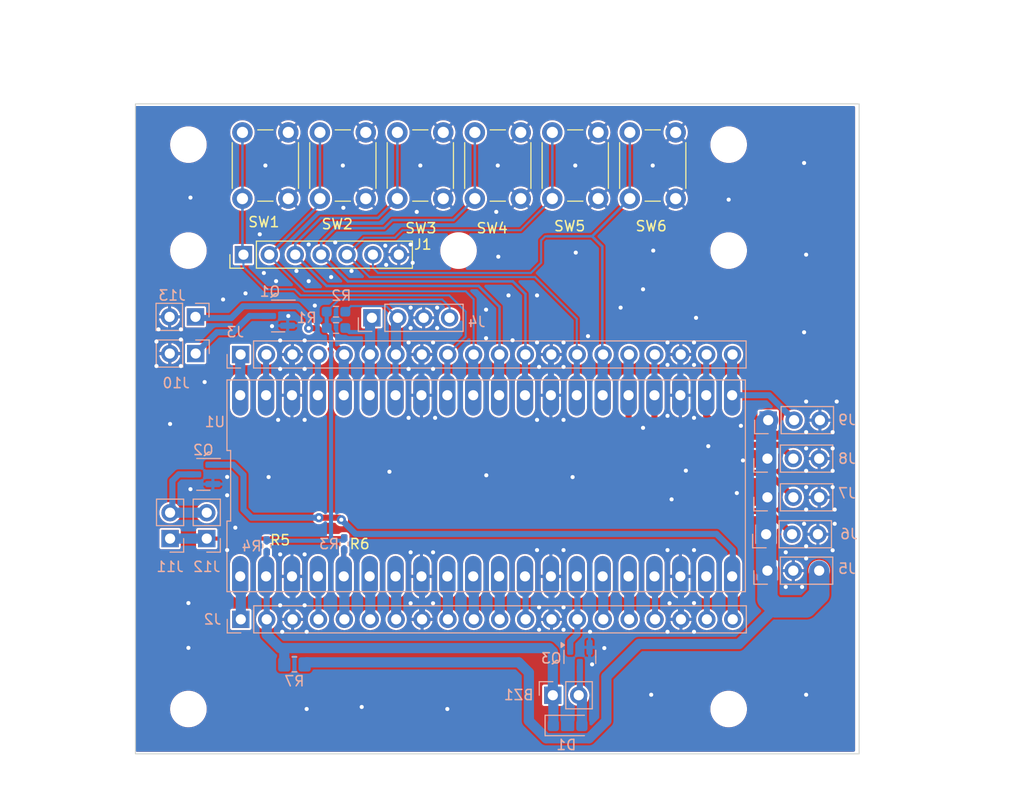
<source format=kicad_pcb>
(kicad_pcb (version 20240108) (generator "pcbnew") (generator_version "8.0")
  (layers (0 "F.Cu" signal) (31 "B.Cu" signal) (34 "B.Paste" user) (35 "F.Paste" user) (36 "B.SilkS" user "B.Silkscreen") (37 "F.SilkS" user "F.Silkscreen") (38 "B.Mask" user) (39 "F.Mask" user) (44 "Edge.Cuts" user))
  (net 0 "")
  (net 1 "SW6")
  (net 2 "SW5")
  (net 3 "SW4")
  (net 4 "SW3")
  (net 5 "SW2")
  (net 6 "SW1")
  (net 7 "GND")
  (net 8 "Net-(J2-Pin_1)")
  (net 9 "+5V")
  (net 10 "Net-(J2-Pin_4)")
  (net 11 "+3V3")
  (net 12 "Net-(J2-Pin_6)")
  (net 13 "Net-(J2-Pin_7)")
  (net 14 "Net-(J2-Pin_9)")
  (net 15 "Net-(J2-Pin_10)")
  (net 16 "Net-(J2-Pin_11)")
  (net 17 "Net-(J2-Pin_12)")
  (net 18 "buzzer")
  (net 19 "Net-(J2-Pin_15)")
  (net 20 "Net-(J2-Pin_16)")
  (net 21 "Net-(J2-Pin_17)")
  (net 22 "Net-(J2-Pin_19)")
  (net 23 "lasers")
  (net 24 "Net-(J3-Pin_1)")
  (net 25 "Net-(J3-Pin_2)")
  (net 26 "Net-(J3-Pin_4)")
  (net 27 "LEDS")
  (net 28 "SDA0")
  (net 29 "SCL0")
  (net 30 "STRIP1")
  (net 31 "STRIP2")
  (net 32 "STRIP3")
  (net 33 "STRIP0")
  (net 34 "V_I2C")
  (net 35 "VPP")
  (net 36 "Net-(J10-Pin_1)")
  (net 37 "V_lasers")
  (net 38 "Net-(J11-Pin_2)")
  (net 39 "Net-(BZ1-+)")
  (footprint "Button_Switch_THT:SW_PUSH_6mm" (layer "F.Cu") (at 80.3 88.9 90)
    (property "Reference" "SW4")
    (property "Value" "SW_Push" (hide yes))
  )
  (footprint "MountingHole:MountingHole_3.2mm_M3" (layer "F.Cu") (at 52.2 139)
    (property "Reference" "REF**" (hide yes))
    (property "Value" "MountingHole_3.2mm_M3" (hide yes))
  )
  (footprint "Button_Switch_THT:SW_PUSH_6mm" (layer "F.Cu") (at 57.5 88.9 90)
    (property "Reference" "SW1")
    (property "Value" "SW_Push" (hide yes))
  )
  (footprint "Resistor_SMD:R_0402_1005Metric_Pad0.72x0.64mm_HandSolder" (layer "F.Cu") (at 67.48 122.8 -90)
    (property "Reference" "R6")
    (property "Value" "0")
  )
  (footprint "Button_Switch_THT:SW_PUSH_6mm" (layer "F.Cu") (at 87.9 88.9 90)
    (property "Reference" "SW5")
    (property "Value" "SW_Push" (hide yes))
  )
  (footprint "MountingHole:MountingHole_3.2mm_M3" (layer "F.Cu") (at 105.2 94)
    (property "Reference" "REF**" (hide yes))
    (property "Value" "MountingHole_3.2mm_M3" (hide yes))
  )
  (footprint "MountingHole:MountingHole_3.2mm_M3" (layer "F.Cu") (at 105.2 139)
    (property "Reference" "REF**" (hide yes))
    (property "Value" "MountingHole_3.2mm_M3" (hide yes))
  )
  (footprint "MountingHole:MountingHole_3.2mm_M3" (layer "F.Cu") (at 105.2 83.6)
    (property "Reference" "REF**" (hide yes))
    (property "Value" "MountingHole_3.2mm_M3" (hide yes))
  )
  (footprint "Connector_PinHeader_2.54mm:PinHeader_1x07_P2.54mm_Vertical" (layer "F.Cu") (at 57.6 94.4 90)
    (property "Reference" "J1")
    (property "Value" "Conn_01x07_Pin" (hide yes))
  )
  (footprint "Resistor_SMD:R_0402_1005Metric_Pad0.72x0.64mm_HandSolder" (layer "F.Cu") (at 59.88 123 -90)
    (property "Reference" "R5")
    (property "Value" "0")
  )
  (footprint "MountingHole:MountingHole_3.2mm_M3" (layer "F.Cu") (at 52.2 94)
    (property "Reference" "REF**" (hide yes))
    (property "Value" "MountingHole_3.2mm_M3" (hide yes))
  )
  (footprint "Button_Switch_THT:SW_PUSH_6mm" (layer "F.Cu") (at 95.5 88.9 90)
    (property "Reference" "SW6")
    (property "Value" "SW_Push" (hide yes))
  )
  (footprint "MountingHole:MountingHole_3.2mm_M3" (layer "F.Cu") (at 52.2 83.6)
    (property "Reference" "REF**" (hide yes))
    (property "Value" "MountingHole_3.2mm_M3" (hide yes))
  )
  (footprint "Button_Switch_THT:SW_PUSH_6mm" (layer "F.Cu") (at 72.7 88.9 90)
    (property "Reference" "SW3")
    (property "Value" "SW_Push" (hide yes))
  )
  (footprint "Button_Switch_THT:SW_PUSH_6mm" (layer "F.Cu") (at 65.1 88.9 90)
    (property "Reference" "SW2")
    (property "Value" "SW_Push" (hide yes))
  )
  (footprint "MountingHole:MountingHole_3.2mm_M3" (layer "F.Cu") (at 78.7 94)
    (property "Reference" "REF**" (hide yes))
    (property "Value" "MountingHole_3.2mm_M3" (hide yes))
  )
  (footprint "myLib8:Raspberry Pi Pico" (layer "B.Cu") (at 81.41 117.09)
    (property "Reference" "U1")
    (property "Value" "Raspberri_Pi_Pico")
  )
  (footprint "Package_TO_SOT_SMD:SOT-23" (layer "B.Cu") (at 53.6625 115.97 180)
    (property "Reference" "Q2")
    (property "Value" "AO3400A")
  )
  (footprint "Diode_SMD:D_SOD-123F" (layer "B.Cu") (at 89.4 140.62)
    (property "Reference" "D1")
    (property "Value" "PMEG3010CEH")
  )
  (footprint "Connector_PinSocket_2.54mm:PinSocket_1x02_P2.54mm_Vertical" (layer "B.Cu") (at 50.4 122.27)
    (property "Reference" "J11")
    (property "Value" "Screw_Terminal_01x02")
  )
  (footprint "Resistor_SMD:R_0402_1005Metric_Pad0.72x0.64mm_HandSolder" (layer "B.Cu") (at 59.88 123 -90)
    (property "Reference" "R4")
    (property "Value" "0")
  )
  (footprint "Connector_PinSocket_2.54mm:PinSocket_1x02_P2.54mm_Vertical" (layer "B.Cu") (at 54 122.27)
    (property "Reference" "J12")
    (property "Value" "Screw_Terminal_01x02")
  )
  (footprint "Connector_PinSocket_2.54mm:PinSocket_1x03_P2.54mm_Vertical" (layer "B.Cu") (at 109.075 110.645 -90)
    (property "Reference" "J9")
    (property "Value" "Conn_01x03")
  )
  (footprint "Connector_PinSocket_2.54mm:PinSocket_1x02_P2.54mm_Vertical" (layer "B.Cu") (at 52.8925 100.5075 90)
    (property "Reference" "J13")
    (property "Value" "Conn_01x02")
  )
  (footprint "Connector_PinSocket_2.54mm:PinSocket_1x20_P2.54mm_Vertical" (layer "B.Cu") (at 57.32 104.2 -90)
    (property "Reference" "J3")
    (property "Value" "Conn_01x20")
  )
  (footprint "Connector_PinSocket_2.54mm:PinSocket_1x20_P2.54mm_Vertical" (layer "B.Cu") (at 57.34 130.2 -90)
    (property "Reference" "J2")
    (property "Value" "Conn_01x20")
  )
  (footprint "Resistor_SMD:R_0603_1608Metric_Pad0.98x0.95mm_HandSolder" (layer "B.Cu") (at 66.68 101.6)
    (property "Reference" "R1")
    (property "Value" "4.7k")
  )
  (footprint "Connector_PinSocket_2.54mm:PinSocket_1x04_P2.54mm_Vertical" (layer "B.Cu") (at 70.2 100.6 -90)
    (property "Reference" "J4")
    (property "Value" "Conn_01x04")
  )
  (footprint "Resistor_SMD:R_0603_1608Metric_Pad0.98x0.95mm_HandSolder" (layer "B.Cu") (at 66.68 100)
    (property "Reference" "R2")
    (property "Value" "4.7k")
  )
  (footprint "Connector_PinSocket_2.54mm:PinSocket_1x03_P2.54mm_Vertical" (layer "B.Cu") (at 108.875 121.845 -90)
    (property "Reference" "J6")
    (property "Value" "Conn_01x03")
  )
  (footprint "Connector_PinSocket_2.54mm:PinSocket_1x03_P2.54mm_Vertical" (layer "B.Cu") (at 109 118.22 -90)
    (property "Reference" "J7")
    (property "Value" "Conn_01x03")
  )
  (footprint "Connector_PinSocket_2.54mm:PinSocket_1x02_P2.54mm_Vertical" (layer "B.Cu") (at 52.9125 104.1075 90)
    (property "Reference" "J10")
    (property "Value" "Conn_01x02")
  )
  (footprint "Connector_PinSocket_2.54mm:PinSocket_1x03_P2.54mm_Vertical" (layer "B.Cu") (at 109 125.42 -90)
    (property "Reference" "J5")
    (property "Value" "Conn_01x03")
  )
  (footprint "Package_TO_SOT_SMD:SOT-23" (layer "B.Cu") (at 90.6 133.8825 -90)
    (property "Reference" "Q3")
    (property "Value" "AO3400A")
  )
  (footprint "Connector_PinSocket_2.54mm:PinSocket_1x03_P2.54mm_Vertical" (layer "B.Cu") (at 109 114.42 -90)
    (property "Reference" "J8")
    (property "Value" "Conn_01x03")
  )
  (footprint "Package_TO_SOT_SMD:SOT-23" (layer "B.Cu") (at 61 100.42 180)
    (property "Reference" "Q1")
    (property "Value" "AO3400A")
  )
  (footprint "Resistor_SMD:R_0805_2012Metric_Pad1.20x1.40mm_HandSolder" (layer "B.Cu") (at 62.6 134.62)
    (property "Reference" "R7")
    (property "Value" "0")
  )
  (footprint "Resistor_SMD:R_0402_1005Metric_Pad0.72x0.64mm_HandSolder" (layer "B.Cu") (at 67.48 122.8 -90)
    (property "Reference" "R3")
    (property "Value" "0")
  )
  (footprint "Connector_PinHeader_2.54mm:PinHeader_1x02_P2.54mm_Vertical" (layer "B.Cu") (at 87.95 137.65 -90)
    (property "Reference" "BZ1")
    (property "Value" "Buzzer")
  )
  (gr_rect (start 47 79.6) (end 118 143.4) (stroke (width 0.1)) (fill none) (layer "Edge.Cuts"))
  (segment (start 70.8 96.2) (end 85.8 96.2) (width 0.2) (layer "B.Cu") (net 1))
  (segment (start 86.8 93) (end 87.2 92.6) (width 0.2) (layer "B.Cu") (net 1))
  (segment (start 95.5 88.9) (end 95.5 82.4) (width 0.25) (layer "B.Cu") (net 1))
  (segment (start 91.8 92.6) (end 92.8 93.6) (width 0.25) (layer "B.Cu") (net 1))
  (segment (start 92.8 104.12) (end 92.88 104.2) (width 0.25) (layer "B.Cu") (net 1))
  (segment (start 92.84 104.24) (end 92.88 104.2) (width 1) (layer "B.Cu") (net 1))
  (segment (start 86.8 95.2) (end 86.8 93) (width 0.2) (layer "B.Cu") (net 1))
  (segment (start 87.4 92.6) (end 91.8 92.6) (width 0.25) (layer "B.Cu") (net 1))
  (segment (start 85.8 96.2) (end 86.8 95.2) (width 0.2) (layer "B.Cu") (net 1))
  (segment (start 92.84 108.2) (end 92.84 104.24) (width 1) (layer "B.Cu") (net 1))
  (segment (start 92.8 93.6) (end 92.8 104.12) (width 0.25) (layer "B.Cu") (net 1))
  (segment (start 70.3 94.4) (end 70.3 95.7) (width 0.2) (layer "B.Cu") (net 1))
  (segment (start 70.3 95.7) (end 70.8 96.2) (width 0.2) (layer "B.Cu") (net 1))
  (segment (start 91.8 92.6) (end 95.5 88.9) (width 0.25) (layer "B.Cu") (net 1))
  (segment (start 87.2 92.6) (end 87.4 92.6) (width 0.2) (layer "B.Cu") (net 1))
  (segment (start 87.9 88.9) (end 87.9 89.1) (width 0.25) (layer "F.Cu") (net 2))
  (segment (start 68.26 93.94) (end 68.26 94.4) (width 0.25) (layer "F.Cu") (net 2))
  (segment (start 84.8 92) (end 87.9 88.9) (width 0.2) (layer "B.Cu") (net 2))
  (segment (start 86.2 96.6) (end 90.3 100.7) (width 0.2) (layer "B.Cu") (net 2))
  (segment (start 67.76 94.4) (end 69.96 96.6) (width 0.2) (layer "B.Cu") (net 2))
  (segment (start 90.3 100.7) (end 90.3 104.24) (width 0.2) (layer "B.Cu") (net 2))
  (segment (start 72.457259 92.742741) (end 73.2 92) (width 0.2) (layer "B.Cu") (net 2))
  (segment (start 90.3 104.24) (end 90.34 104.2) (width 1) (layer "B.Cu") (net 2))
  (segment (start 69.417259 92.742741) (end 72.457259 92.742741) (width 0.2) (layer "B.Cu") (net 2))
  (segment (start 90.3 108.2) (end 90.3 104.24) (width 0.6) (layer "B.Cu") (net 2))
  (segment (start 73.2 92) (end 84.8 92) (width 0.2) (layer "B.Cu") (net 2))
  (segment (start 67.76 94.4) (end 69.417259 92.742741) (width 0.2) (layer "B.Cu") (net 2))
  (segment (start 69.96 96.6) (end 86.2 96.6) (width 0.2) (layer "B.Cu") (net 2))
  (segment (start 87.9 82.4) (end 87.9 88.9) (width 0.25) (layer "B.Cu") (net 2))
  (segment (start 71.4 91.8) (end 72.2 91) (width 0.25) (layer "B.Cu") (net 3))
  (segment (start 65.22 94.4) (end 67.845 97.025) (width 0.25) (layer "B.Cu") (net 3))
  (segment (start 66.6 91.8) (end 71.4 91.8) (width 0.25) (layer "B.Cu") (net 3))
  (segment (start 65.22 94.4) (end 65.22 93.18) (width 0.25) (layer "B.Cu") (net 3))
  (segment (start 85.22 108.2) (end 85.22 104.24) (width 0.6) (layer "B.Cu") (net 3))
  (segment (start 85.26 98.26) (end 85.26 104.2) (width 0.25) (layer "B.Cu") (net 3))
  (segment (start 85.22 104.24) (end 85.26 104.2) (width 1) (layer "B.Cu") (net 3))
  (segment (start 72.2 91) (end 78.2 91) (width 0.25) (layer "B.Cu") (net 3))
  (segment (start 84.025 97.025) (end 85.26 98.26) (width 0.25) (layer "B.Cu") (net 3))
  (segment (start 67.845 97.025) (end 84.025 97.025) (width 0.25) (layer "B.Cu") (net 3))
  (segment (start 65.22 93.18) (end 66.6 91.8) (width 0.25) (layer "B.Cu") (net 3))
  (segment (start 80.3 82.4) (end 80.3 88.9) (width 0.25) (layer "B.Cu") (net 3))
  (segment (start 78.2 91) (end 80.3 88.9) (width 0.25) (layer "B.Cu") (net 3))
  (segment (start 62.68 94.12) (end 62.68 94.4) (width 0.25) (layer "F.Cu") (net 4))
  (segment (start 72.7 88.9) (end 72.7 89.3) (width 0.25) (layer "F.Cu") (net 4))
  (segment (start 82.68 108.2) (end 82.68 104.24) (width 1) (layer "B.Cu") (net 4))
  (segment (start 72.7 82.4) (end 72.7 88.9) (width 0.25) (layer "B.Cu") (net 4))
  (segment (start 65.755 97.475) (end 80.675 97.475) (width 0.25) (layer "B.Cu") (net 4))
  (segment (start 62.68 94.4) (end 65.755 97.475) (width 0.25) (layer "B.Cu") (net 4))
  (segment (start 82.68 104.24) (end 82.72 104.2) (width 1) (layer "B.Cu") (net 4))
  (segment (start 62.68 94.4) (end 62.68 93.32) (width 0.25) (layer "B.Cu") (net 4))
  (segment (start 82.72 99.52) (end 82.72 104.2) (width 0.25) (layer "B.Cu") (net 4))
  (segment (start 80.675 97.475) (end 82.72 99.52) (width 0.25) (layer "B.Cu") (net 4))
  (segment (start 65.2 90.8) (end 70.8 90.8) (width 0.25) (layer "B.Cu") (net 4))
  (segment (start 70.8 90.8) (end 72.7 88.9) (width 0.25) (layer "B.Cu") (net 4))
  (segment (start 62.68 93.32) (end 65.2 90.8) (width 0.25) (layer "B.Cu") (net 4))
  (segment (start 60.14 93.86) (end 60.14 94.4) (width 0.25) (layer "F.Cu") (net 5))
  (segment (start 60.14 94.4) (end 65.1 89.44) (width 0.25) (layer "B.Cu") (net 5))
  (segment (start 80.18 98.78) (end 79.4 98) (width 0.2) (layer "B.Cu") (net 5))
  (segment (start 60.2 94.46) (end 60.2 94.8) (width 0.2) (layer "B.Cu") (net 5))
  (segment (start 60.2 94.46) (end 60.14 94.4) (width 0.2) (layer "B.Cu") (net 5))
  (segment (start 60.14 94.54) (end 60.14 94.4) (width 0.2) (layer "B.Cu") (net 5))
  (segment (start 80.18 104.2) (end 80.18 98.78) (width 0.2) (layer "B.Cu") (net 5))
  (segment (start 63.6 98) (end 60.14 94.54) (width 0.2) (layer "B.Cu") (net 5))
  (segment (start 65.1 89.44) (end 65.1 88.9) (width 0.25) (layer "B.Cu") (net 5))
  (segment (start 79.4 98) (end 63.6 98) (width 0.2) (layer "B.Cu") (net 5))
  (segment (start 80.14 108.2) (end 80.14 104.24) (width 1) (layer "B.Cu") (net 5))
  (segment (start 65.1 82.4) (end 65.1 88.9) (width 0.25) (layer "B.Cu") (net 5))
  (segment (start 80.14 104.24) (end 80.18 104.2) (width 1) (layer "B.Cu") (net 5))
  (segment (start 57.5 94.3) (end 57.6 94.4) (width 0.25) (layer "F.Cu") (net 6))
  (segment (start 57.4 88.8) (end 57.5 88.9) (width 0.25) (layer "F.Cu") (net 6))
  (segment (start 57.6 94.4) (end 58.1 94.4) (width 0.25) (layer "F.Cu") (net 6))
  (segment (start 77.8 98.4) (end 63.217157 98.4) (width 0.2) (layer "B.Cu") (net 6))
  (segment (start 57.5 88.9) (end 57.5 94.3) (width 0.25) (layer "B.Cu") (net 6))
  (segment (start 77.6 108.2) (end 77.6 104.24) (width 0.6) (layer "B.Cu") (net 6))
  (segment (start 57.5 82.4) (end 57.5 88.9) (width 0.25) (layer "B.Cu") (net 6))
  (segment (start 77.6 104.24) (end 77.64 104.2) (width 1) (layer "B.Cu") (net 6))
  (segment (start 62.617157 97.8) (end 59.8 97.8) (width 0.2) (layer "B.Cu") (net 6))
  (segment (start 57.6 95.6) (end 57.6 94.4) (width 0.2) (layer "B.Cu") (net 6))
  (segment (start 79.4 100) (end 77.8 98.4) (width 0.2) (layer "B.Cu") (net 6))
  (segment (start 77.64 104.2) (end 79.4 102.44) (width 0.2) (layer "B.Cu") (net 6))
  (segment (start 59.8 97.8) (end 57.6 95.6) (width 0.2) (layer "B.Cu") (net 6))
  (segment (start 63.217157 98.4) (end 62.617157 97.8) (width 0.2) (layer "B.Cu") (net 6))
  (segment (start 79.4 102.44) (end 79.4 100) (width 0.2) (layer "B.Cu") (net 6))
  (via (at 115.4 111.82) (size 0.9) (drill 0.4) (layers "F.Cu" "B.Cu") (net 7))
  (via (at 115.4 115.62) (size 0.9) (drill 0.4) (layers "F.Cu" "B.Cu") (net 7))
  (via (at 99.4 128.62) (size 0.9) (drill 0.4) (layers "F.Cu" "B.Cu") (net 7))
  (via (at 101.8 131.42) (size 0.9) (drill 0.4) (layers "F.Cu" "B.Cu") (net 7))
  (via (at 81.4 99.8) (size 0.9) (drill 0.4) (layers "F.Cu" "B.Cu") (net 7))
  (via (at 71.513106 93.517741) (size 0.9) (drill 0.4) (layers "F.Cu" "B.Cu") (net 7))
  (via (at 81.4 102.6) (size 0.9) (drill 0.4) (layers "F.Cu" "B.Cu") (net 7))
  (via (at 76.2 123.62) (size 0.9) (drill 0.4) (layers "F.Cu" "B.Cu") (net 7))
  (via (at 74.95 85.65) (size 0.9) (drill 0.4) (layers "F.Cu" "B.Cu") (net 7))
  (via (at 61.2 102.82) (size 0.9) (drill 0.4) (layers "F.Cu" "B.Cu") (net 7))
  (via (at 115.4 123.42) (size 0.9) (drill 0.4) (layers "F.Cu" "B.Cu") (net 7))
  (via (at 69.2 138.8) (size 0.9) (drill 0.4) (layers "F.Cu" "B.Cu") (net 7))
  (via (at 89 105.42) (size 0.9) (drill 0.4) (layers "F.Cu" "B.Cu") (net 7))
  (via (at 61.2 123.82) (size 0.9) (drill 0.4) (layers "F.Cu" "B.Cu") (net 7))
  (via (at 112.8 124.22) (size 0.9) (drill 0.4) (layers "F.Cu" "B.Cu") (net 7))
  (via (at 74.2 95.2) (size 0.9) (drill 0.4) (layers "F.Cu" "B.Cu") (net 7))
  (via (at 66.2 96.6) (size 0.9) (drill 0.4) (layers "F.Cu" "B.Cu") (net 7))
  (via (at 63.8 139) (size 0.9) (drill 0.4) (layers "F.Cu" "B.Cu") (net 7))
  (via (at 101.8 105.22) (size 0.9) (drill 0.4) (layers "F.Cu" "B.Cu") (net 7))
  (via (at 112.8 123.02) (size 0.9) (drill 0.4) (layers "F.Cu" "B.Cu") (net 7))
  (via (at 90.15 85.65) (size 0.9) (drill 0.4) (layers "F.Cu" "B.Cu") (net 7))
  (via (at 63.6 102.82) (size 0.9) (drill 0.4) (layers "F.Cu" "B.Cu") (net 7))
  (via (at 99.2 103.02) (size 0.9) (drill 0.4) (layers "F.Cu" "B.Cu") (net 7))
  (via (at 71.6 95.4) (size 0.9) (drill 0.4) (layers "F.Cu" "B.Cu") (net 7))
  (via (at 51.4625 101.7325) (size 0.9) (drill 0.4) (layers "F.Cu" "B.Cu") (net 7))
  (via (at 89 103.02) (size 0.9) (drill 0.4) (layers "F.Cu" "B.Cu") (net 7))
  (via (at 112.8 119.42) (size 0.9) (drill 0.4) (layers "F.Cu" "B.Cu") (net 7))
  (via (at 91.4 102.4) (size 0.9) (drill 0.4) (layers "F.Cu" "B.Cu") (net 7))
  (via (at 99.2 110.22) (size 0.9) (drill 0.4) (layers "F.Cu" "B.Cu") (net 7))
  (via (at 112.8 115.62) (size 0.9) (drill 0.4) (layers "F.Cu" "B.Cu") (net 7))
  (via (at 67.35 85.65) (size 0.9) (drill 0.4) (layers "F.Cu" "B.Cu") (net 7))
  (via (at 74 99.6) (size 0.9) (drill 0.4) (layers "F.Cu" "B.Cu") (net 7))
  (via (at 60.066144 116.232392) (size 0.9) (drill 0.4) (layers "F.Cu" "B.Cu") (net 7))
  (via (at 74 93.4) (size 0.9) (drill 0.4) (layers "F.Cu" "B.Cu") (net 7))
  (via (at 76.6 99.6) (size 0.9) (drill 0.4) (layers "F.Cu" "B.Cu") (net 7))
  (via (at 94.6 99.6) (size 0.9) (drill 0.4) (layers "F.Cu" "B.Cu") (net 7))
  (via (at 112.8 94.4) (size 0.9) (drill 0.4) (layers "F.Cu" "B.Cu") (net 7))
  (via (at 112.8 108.82) (size 0.9) (drill 0.4) (layers "F.Cu" "B.Cu") (net 7))
  (via (at 112.8 137.6) (size 0.9) (drill 0.4) (layers "F.Cu" "B.Cu") (net 7))
  (via (at 83.6 98.4) (size 0.9) (drill 0.4) (layers "F.Cu" "B.Cu") (net 7))
  (via (at 73.8 110.42) (size 0.9) (drill 0.4) (layers "F.Cu" "B.Cu") (net 7))
  (via (at 60.8 97) (size 0.9) (drill 0.4) (layers "F.Cu" "B.Cu") (net 7))
  (via (at 74 123.62) (size 0.9) (drill 0.4) (layers "F.Cu" "B.Cu") (net 7))
  (via (at 73.8 105.62) (size 0.9) (drill 0.4) (layers "F.Cu" "B.Cu") (net 7))
  (via (at 112.6 85.4) (size 0.9) (drill 0.4) (layers "F.Cu" "B.Cu") (net 7))
  (via (at 63.6 128.82) (size 0.9) (drill 0.4) (layers "F.Cu" "B.Cu") (net 7))
  (via (at 59.2 92.4) (size 0.9) (drill 0.4) (layers "F.Cu" "B.Cu") (net 7))
  (via (at 101.8 103.02) (size 0.9) (drill 0.4) (layers "F.Cu" "B.Cu") (net 7))
  (via (at 106.6 114.6) (size 0.9) (drill 0.4) (layers "F.Cu" "B.Cu") (net 7))
  (via (at 86.4 103.02) (size 0.9) (drill 0.4) (layers "F.Cu" "B.Cu") (net 7))
  (via (at 112.6 120.82) (size 0.9) (drill 0.4) (layers "F.Cu" "B.Cu") (net 7))
  (via (at 73.8 103.02) (size 0.9) (drill 0.4) (layers "F.Cu" "B.Cu") (net 7))
  (via (at 61.4 131.42) (size 0.9) (drill 0.4) (layers "F.Cu" "B.Cu") (net 7))
  (via (at 59.75 85.65) (size 0.9) (drill 0.4) (layers "F.Cu" "B.Cu") (net 7))
  (via (at 53.789799 106.905046) (size 0.9) (drill 0.4) (layers "F.Cu" "B.Cu") (net 7))
  (via (at 97.8 94) (size 0.9) (drill 0.4) (layers "F.Cu" "B.Cu") (net 7))
  (via (at 112.8 111.82) (size 0.9) (drill 0.4) (layers "F.Cu" "B.Cu") (net 7))
  (via (at 103.2 113.2) (size 0.9) (drill 0.4) (layers "F.Cu" "B.Cu") (net 7))
  (via (at 76.2 103.02) (size 0.9) (drill 0.4) (layers "F.Cu" "B.Cu") (net 7))
  (via (at 62.8 96) (size 0.9) (drill 0.4) (layers "F.Cu" "B.Cu") (net 7))
  (via (at 110.8 123.62) (size 0.9) (drill 0.4) (layers "F.Cu" "B.Cu") (net 7))
  (via (at 52.4 88.8) (size 0.9) (drill 0.4) (layers "F.Cu" "B.Cu") (net 7))
  (via (at 101 115.6) (size 0.9) (drill 0.4) (layers "F.Cu" "B.Cu") (net 7))
  (via (at 93 133.02) (size 0.9) (drill 0.4) (layers "F.Cu" "B.Cu") (net 7))
  (via (at 86.6 105.42) (size 0.9) (drill 0.4) (layers "F.Cu" "B.Cu") (net 7))
  (via (at 61.2 105.62) (size 0.9) (drill 0.4) (layers "F.Cu" "B.Cu") (net 7))
  (via (at 74 128.62) (size 0.9) (drill 0.4) (layers "F.Cu" "B.Cu") (net 7))
  (via (at 84 102.8) (size 0.9) (drill 0.4) (layers "F.Cu" "B.Cu") (net 7))
  (via (at 49.2625 101.7325) (size 0.9) (drill 0.4) (layers "F.Cu" "B.Cu") (net 7))
  (via (at 59.6 96.2) (size 0.9) (drill 0.4) (layers "F.Cu" "B.Cu") (net 7))
  (via (at 52.2 128.6) (size 0.9) (drill 0.4) (layers "F.Cu" "B.Cu") (net 7))
  (via (at 112.8 117.22) (size 0.9) (drill 0.4) (layers "F.Cu" "B.Cu") (net 7))
  (via (at 52.2 133) (size 0.9) (drill 0.4) (layers "F.Cu" "B.Cu") (net 7))
  (via (at 63.8 131.42) (size 0.9) (drill 0.4) (layers "F.Cu" "B.Cu") (net 7))
  (via (at 66.6 93.2) (size 0.9) (drill 0.4) (layers "F.Cu" "B.Cu") (net 7))
  (via (at 91.8 134.62) (size 0.9) (drill 0.4) (layers "F.Cu" "B.Cu") (net 7))
  (via (at 89.888984 116.234518) (size 0.9) (drill 0.4) (layers "F.Cu" "B.Cu") (net 7))
  (via (at 61 110.62) (size 0.9) (drill 0.4) (layers "F.Cu" "B.Cu") (net 7))
  (via (at 56 123.4) (size 0.9) (drill 0.4) (layers "F.Cu" "B.Cu") (net 7))
  (via (at 51.4625 102.7325) (size 0.9) (drill 0.4) (layers "F.Cu" "B.Cu") (net 7))
  (via (at 89 129.02) (size 0.9) (drill 0.4) (layers "F.Cu" "B.Cu") (net 7))
  (via (at 110.8 127.02) (size 0.9) (drill 0.4) (layers "F.Cu" "B.Cu") (net 7))
  (via (at 74.6 90.2) (size 0.9) (drill 0.4) (layers "F.Cu" "B.Cu") (net 7))
  (via (at 61.2 128.82) (size 0.9) (drill 0.4) (layers "F.Cu" "B.Cu") (net 7))
  (via (at 63.6 105.62) (size 0.9) (drill 0.4) (layers "F.Cu" "B.Cu") (net 7))
  (via (at 91.6 131.42) (size 0.9) (drill 0.4) (layers "F.Cu" "B.Cu") (net 7))
  (via (at 62 100.42) (size 0.9) (drill 0.4) (layers "F.Cu" "B.Cu") (net 7))
  (via (at 101.8 123.4) (size 0.9) (drill 0.4) (layers "F.Cu" "B.Cu") (net 7))
  (via (at 56 116.22) (size 0.9) (drill 0.4) (layers "F.Cu" "B.Cu") (net 7))
  (via (at 96.8 111.4) (size 0.9) (drill 0.4) (layers "F.Cu" "B.Cu") (net 7))
  (via (at 64.6 99.4) (size 0.9) (drill 0.4) (layers "F.Cu" "B.Cu") (net 7))
  (via (at 77.6 139) (size 0.9) (drill 0.4) (layers "F.Cu" "B.Cu") (net 7))
  (via (at 64 93.4) (size 0.9) (drill 0.4) (layers "F.Cu" "B.Cu") (net 7))
  (via (at 86.4 110.62) (size 0.9) (drill 0.4) (layers "F.Cu" "B.Cu") (net 7))
  (via (at 89 110.62) (size 0.9) (drill 0.4) (layers "F.Cu" "B.Cu") (net 7))
  (via (at 63.6 123.82) (size 0.9) (drill 0.4) (layers "F.Cu" "B.Cu") (net 7))
  (via (at 52.4 117.42) (size 0.9) (drill 0.4) (layers "F.Cu" "B.Cu") (net 7))
  (via (at 57.8 98.2) (size 0.9) (drill 0.4) (layers "F.Cu" "B.Cu") (net 7))
  (via (at 99.6 118.42) (size 0.9) (drill 0.4) (layers "F.Cu" "B.Cu") (net 7))
  (via (at 112.4 127.02) (size 0.9) (drill 0.4) (layers "F.Cu" "B.Cu") (net 7))
  (via (at 68.2 96) (size 0.9) (drill 0.4) (layers "F.Cu" "B.Cu") (net 7))
  (via (at 82.55 85.65) (size 0.9) (drill 0.4) (layers "F.Cu" "B.Cu") (net 7))
  (via (at 97.75 85.65) (size 0.9) (drill 0.4) (layers "F.Cu" "B.Cu") (net 7))
  (via (at 86.6 131.22) (size 0.9) (drill 0.4) (layers "F.Cu" "B.Cu") (net 7))
  (via (at 115.4 117.22) (size 0.9) (drill 0.4) (layers "F.Cu" "B.Cu") (net 7))
  (via (at 49.0625 105.3325) (size 0.9) (drill 0.4) (layers "F.Cu" "B.Cu") (net 7))
  (via (at 86.4 123.4) (size 0.9) (drill 0.4) (layers "F.Cu" "B.Cu") (net 7))
  (via (at 74 101.6) (size 0.9) (drill 0.4) (layers "F.Cu" "B.Cu") (net 7))
  (via (at 76.2 105.62) (size 0.9) (drill 0.4) (layers "F.Cu" "B.Cu") (net 7))
  (via (at 115.6 120.82) (size 0.9) (drill 0.4) (layers "F.Cu" "B.Cu") (net 7))
  (via (at 82.4 90.2) (size 0.9) (drill 0.4) (layers "F.Cu" "B.Cu") (net 7))
  (via (at 106 117.8) (size 0.9) (drill 0.4) (layers "F.Cu" "B.Cu") (net 7))
  (via (at 76.2 128.62) (size 0.9) (drill 0.4) (layers "F.Cu" "B.Cu") (net 7))
  (via (at 89 123.4) (size 0.9) (drill 0.4) (layers "F.Cu" "B.Cu") (net 7))
  (via (at 76.6 101.6) (size 0.9) (drill 0.4) (layers "F.Cu" "B.Cu") (net 7))
  (via (at 86.4 98.4) (size 0.9) (drill 0.4) (layers "F.Cu" "B.Cu") (net 7))
  (via (at 90.2 94.2) (size 0.9) (drill 0.4) (layers "F.Cu" "B.Cu") (net 7))
  (via (at 49.0625 102.9325) (size 0.9) (drill 0.4) (layers "F.Cu" "B.Cu") (net 7))
  (via (at 115.6 119.42) (size 0.9) (drill 0.4) (layers "F.Cu" "B.Cu") (net 7))
  (via (at 115.8 108.82) (size 0.9) (drill 0.4) (layers "F.Cu" "B.Cu") (net 7))
  (via (at 56.8 121.2) (size 0.9) (drill 0.4) (layers "F.Cu" "B.Cu") (net 7))
  (via (at 89 131.22) (size 0.9) (drill 0.4) (layers "F.Cu" "B.Cu") (net 7))
  (via (at 76.4 110.42) (size 0.9) (drill 0.4) (layers "F.Cu" "B.Cu") (net 7))
  (via (at 115.4 113.42) (size 0.9) (drill 0.4) (layers "F.Cu" "B.Cu") (net 7))
  (via (at 97.6 137.6) (size 0.9) (drill 0.4) (layers "F.Cu" "B.Cu") (net 7))
  (via (at 71.921463 115.709364) (size 0.9) (drill 0.4) (layers "F.Cu" "B.Cu") (net 7))
  (via (at 86.6 129.02) (size 0.9) (drill 0.4) (layers "F.Cu" "B.Cu") (net 7))
  (via (at 63.6 110.62) (size 0.9) (drill 0.4) (layers "F.Cu" "B.Cu") (net 7))
  (via (at 101.8 128.6) (size 0.9) (drill 0.4) (layers "F.Cu" "B.Cu") (net 7))
  (via (at 67.4 89.8) (size 0.9) (drill 0.4) (layers "F.Cu" "B.Cu") (net 7))
  (via (at 56 118.02) (size 0.9) (drill 0.4) (layers "F.Cu" "B.Cu") (net 7))
  (via (at 101.8 110.42) (size 0.9) (drill 0.4) (layers "F.Cu" "B.Cu") (net 7))
  (via (at 50.4 111.02) (size 0.9) (drill 0.4) (layers "F.Cu" "B.Cu") (net 7))
  (via (at 64 97) (size 0.9) (drill 0.4) (layers "F.Cu" "B.Cu") (net 7))
  (via (at 82.6 94.6) (size 0.9) (drill 0.4) (layers "F.Cu" "B.Cu") (net 7))
  (via (at 102 100.6) (size 0.9) (drill 0.4) (layers "F.Cu" "B.Cu") (net 7))
  (via (at 99.2 123.4) (size 0.9) (drill 0.4) (layers "F.Cu" "B.Cu") (net 7))
  (via (at 112.8 113.42) (size 0.9) (drill 0.4) (layers "F.Cu" "B.Cu") (net 7))
  (via (at 60.4 101.42) (size 0.9) (drill 0.4) (layers "F.Cu" "B.Cu") (net 7))
  (via (at 55.6 98.8) (size 0.9) (drill 0.4) (layers "F.Cu" "B.Cu") (net 7))
  (via (at 96.8 97.8) (size 0.9) (drill 0.4) (layers "F.Cu" "B.Cu") (net 7))
  (via (at 105.2 89) (size 0.9) (drill 0.4) (layers "F.Cu" "B.Cu") (net 7))
  (via (at 81.423152 116.058049) (size 0.9) (drill 0.4) (layers "F.Cu" "B.Cu") (net 7))
  (via (at 51.4625 105.3325) (size 0.9) (drill 0.4) (layers "F.Cu" "B.Cu") (net 7))
  (via (at 106.4 111.2) (size 0.9) (drill 0.4) (layers "F.Cu" "B.Cu") (net 7))
  (via (at 112.6 102.02) (size 0.9) (drill 0.4) (layers "F.Cu" "B.Cu") (net 7))
  (via (at 99.2 105.22) (size 0.9) (drill 0.4) (layers "F.Cu" "B.Cu") (net 7))
  (via (at 99.2 131.42) (size 0.9) (drill 0.4) (layers "F.Cu" "B.Cu") (net 7))
  (segment (start 87.82 126.04) (end 87.76 125.98) (width 1) (layer "B.Cu") (net 7))
  (segment (start 75.12 126.04) (end 75.06 125.98) (width 1) (layer "B.Cu") (net 7))
  (segment (start 75.06 108.2) (end 75.06 104.24) (width 0.6) (layer "B.Cu") (net 7))
  (segment (start 87.82 130.2) (end 87.82 126.04) (width 0.6) (layer "B.Cu") (net 7))
  (segment (start 100.46 108.2) (end 100.46 104.24) (width 0.6) (layer "B.Cu") (net 7))
  (segment (start 62.36 104.24) (end 62.4 104.2) (width 1) (layer "B.Cu") (net 7))
  (segment (start 87.76 104.24) (end 87.8 104.2) (width 1) (layer "B.Cu") (net 7))
  (segment (start 87.76 108.2) (end 87.76 104.24) (width 0.6) (layer "B.Cu") (net 7))
  (segment (start 62.42 126.04) (end 62.36 125.98) (width 1) (layer "B.Cu") (net 7))
  (segment (start 62.36 108.2) (end 62.36 104.24) (width 0.6) (layer "B.Cu") (net 7))
  (segment (start 100.52 126.04) (end 100.46 125.98) (width 1) (layer "B.Cu") (net 7))
  (segment (start 100.46 104.24) (end 100.5 104.2) (width 1) (layer "B.Cu") (net 7))
  (segment (start 75.06 104.24) (end 75.1 104.2) (width 1) (layer "B.Cu") (net 7))
  (segment (start 62.42 130.2) (end 62.42 126.04) (width 0.6) (layer "B.Cu") (net 7))
  (segment (start 75.12 130.2) (end 75.12 126.04) (width 0.6) (layer "B.Cu") (net 7))
  (segment (start 100.52 130.2) (end 100.52 126.04) (width 0.6) (layer "B.Cu") (net 7))
  (segment (start 57.34 130.2) (end 57.34 126.04) (width 1) (layer "B.Cu") (net 8))
  (segment (start 57.34 126.04) (end 57.28 125.98) (width 1) (layer "B.Cu") (net 8))
  (segment (start 59.82 123.6575) (end 59.88 123.5975) (width 0.5) (layer "F.Cu") (net 9))
  (segment (start 59.82 125.98) (end 59.82 123.6575) (width 0.5) (layer "F.Cu") (net 9))
  (segment (start 61.2 133.02) (end 59.88 131.7) (width 1) (layer "B.Cu") (net 9))
  (segment (start 59.82 125.98) (end 59.82 123.46) (width 0.5) (layer "B.Cu") (net 9))
  (segment (start 59.88 126.04) (end 59.82 125.98) (width 1) (layer "B.Cu") (net 9))
  (segment (start 59.88 130.2) (end 59.88 126.04) (width 0.6) (layer "B.Cu") (net 9))
  (segment (start 87.95 133.37) (end 87.6 133.02) (width 1) (layer "B.Cu") (net 9))
  (segment (start 61.6 133.875) (end 61.6 133.22) (width 1) (layer "B.Cu") (net 9))
  (segment (start 87.95 137.65) (end 87.95 133.37) (width 1) (layer "B.Cu") (net 9))
  (segment (start 88 137.7) (end 87.95 137.65) (width 1) (layer "B.Cu") (net 9))
  (segment (start 59.82 123.46) (end 59.88 123.4) (width 0.5) (layer "B.Cu") (net 9))
  (segment (start 87.6 133.02) (end 61.4 133.02) (width 1) (layer "B.Cu") (net 9))
  (segment (start 88 140.62) (end 88 137.7) (width 1) (layer "B.Cu") (net 9))
  (segment (start 59.88 131.7) (end 59.88 130.2) (width 1) (layer "B.Cu") (net 9))
  (segment (start 61.4 133.02) (end 61.2 133.02) (width 1) (layer "B.Cu") (net 9))
  (segment (start 61.6 133.22) (end 61.4 133.02) (width 1) (layer "B.Cu") (net 9))
  (segment (start 64.96 130.2) (end 64.96 126.04) (width 0.6) (layer "B.Cu") (net 10))
  (segment (start 64.96 126.04) (end 64.9 125.98) (width 1) (layer "B.Cu") (net 10))
  (segment (start 67.44 125.98) (end 67.44 123.2) (width 0.5) (layer "F.Cu") (net 11))
  (segment (start 67.5 130.2) (end 67.5 126.04) (width 1) (layer "B.Cu") (net 11))
  (segment (start 67.44 125.98) (end 67.44 123.2) (width 0.5) (layer "B.Cu") (net 11))
  (segment (start 67.5 126.04) (end 67.44 125.98) (width 1) (layer "B.Cu") (net 11))
  (segment (start 67.44 123.2) (end 67.48 123.16) (width 0.5) (layer "B.Cu") (net 11))
  (segment (start 70.04 130.2) (end 70.04 126.04) (width 1) (layer "B.Cu") (net 12))
  (segment (start 70.04 126.04) (end 69.98 125.98) (width 1) (layer "B.Cu") (net 12))
  (segment (start 72.58 126.04) (end 72.52 125.98) (width 1) (layer "B.Cu") (net 13))
  (segment (start 72.58 130.2) (end 72.58 126.04) (width 1) (layer "B.Cu") (net 13))
  (segment (start 77.66 126.04) (end 77.6 125.98) (width 1) (layer "B.Cu") (net 14))
  (segment (start 77.66 130.2) (end 77.66 126.04) (width 1) (layer "B.Cu") (net 14))
  (segment (start 80.2 130.2) (end 80.2 126.04) (width 1) (layer "B.Cu") (net 15))
  (segment (start 80.2 126.04) (end 80.14 125.98) (width 1) (layer "B.Cu") (net 15))
  (segment (start 82.74 130.2) (end 82.74 126.04) (width 1) (layer "B.Cu") (net 16))
  (segment (start 82.74 126.04) (end 82.68 125.98) (width 1) (layer "B.Cu") (net 16))
  (segment (start 85.28 130.2) (end 85.28 126.04) (width 0.6) (layer "B.Cu") (net 17))
  (segment (start 85.28 126.04) (end 85.22 125.98) (width 1) (layer "B.Cu") (net 17))
  (segment (start 89.65 132.945) (end 89.65 132.37) (width 0.6) (layer "B.Cu") (net 18))
  (segment (start 89.65 132.37) (end 90.36 131.66) (width 0.6) (layer "B.Cu") (net 18))
  (segment (start 90.36 130.2) (end 90.36 126.04) (width 0.6) (layer "B.Cu") (net 18))
  (segment (start 90.36 131.66) (end 90.36 130.2) (width 0.6) (layer "B.Cu") (net 18))
  (segment (start 90.36 126.04) (end 90.3 125.98) (width 1) (layer "B.Cu") (net 18))
  (segment (start 92.9 126.04) (end 92.84 125.98) (width 1) (layer "B.Cu") (net 19))
  (segment (start 92.9 130.2) (end 92.9 126.04) (width 1) (layer "B.Cu") (net 19))
  (segment (start 95.44 126.04) (end 95.38 125.98) (width 1) (layer "B.Cu") (net 20))
  (segment (start 95.44 130.2) (end 95.44 126.04) (width 1) (layer "B.Cu") (net 20))
  (segment (start 97.98 126.04) (end 97.92 125.98) (width 1) (layer "B.Cu") (net 21))
  (segment (start 97.98 130.2) (end 97.98 126.04) (width 0.6) (layer "B.Cu") (net 21))
  (segment (start 103.06 130.2) (end 103.06 126.04) (width 0.6) (layer "B.Cu") (net 22))
  (segment (start 103.06 126.04) (end 103 125.98) (width 1) (layer "B.Cu") (net 22))
  (segment (start 67.2 120.42) (end 67 120.22) (width 0.6) (layer "F.Cu") (net 23))
  (segment (start 67 120.22) (end 65 120.22) (width 0.6) (layer "F.Cu") (net 23))
  (via (at 65 120.22) (size 0.9) (drill 0.4) (layers "F.Cu" "B.Cu") (net 23))
  (via (at 67.2 120.42) (size 0.9) (drill 0.4) (layers "F.Cu" "B.Cu") (net 23))
  (segment (start 67.2 120.42) (end 68.6 121.82) (width 0.6) (layer "B.Cu") (net 23))
  (segment (start 104 121.82) (end 105.6 123.42) (width 0.6) (layer "B.Cu") (net 23))
  (segment (start 68.6 121.82) (end 104 121.82) (width 0.6) (layer "B.Cu") (net 23))
  (segment (start 105.6 125.92) (end 105.54 125.98) (width 0.6) (layer "B.Cu") (net 23))
  (segment (start 105.6 123.42) (end 105.6 125.92) (width 0.6) (layer "B.Cu") (net 23))
  (segment (start 58.4 120.22) (end 57.6 119.42) (width 0.6) (layer "B.Cu") (net 23))
  (segment (start 105.6 130.2) (end 105.6 126.04) (width 1) (layer "B.Cu") (net 23))
  (segment (start 57.6 116.02) (end 56.6 115.02) (width 0.6) (layer "B.Cu") (net 23))
  (segment (start 57.6 119.42) (end 57.6 116.02) (width 0.6) (layer "B.Cu") (net 23))
  (segment (start 105.6 126.04) (end 105.54 125.98) (width 1) (layer "B.Cu") (net 23))
  (segment (start 65 120.22) (end 58.4 120.22) (width 0.6) (layer "B.Cu") (net 23))
  (segment (start 56.6 115.02) (end 54.6 115.02) (width 0.6) (layer "B.Cu") (net 23))
  (segment (start 57.28 104.24) (end 57.32 104.2) (width 1) (layer "B.Cu") (net 24))
  (segment (start 57.28 108.2) (end 57.28 104.24) (width 1) (layer "B.Cu") (net 24))
  (segment (start 59.82 104.24) (end 59.86 104.2) (width 1) (layer "B.Cu") (net 25))
  (segment (start 59.82 108.2) (end 59.82 104.24) (width 0.6) (layer "B.Cu") (net 25))
  (segment (start 64.9 108.2) (end 64.9 104.24) (width 0.6) (layer "B.Cu") (net 26))
  (segment (start 64.9 104.24) (end 64.94 104.2) (width 1) (layer "B.Cu") (net 26))
  (segment (start 64.9 101.62) (end 67.48 104.2) (width 0.6) (layer "F.Cu") (net 27))
  (segment (start 64 101.62) (end 64.9 101.62) (width 0.6) (layer "F.Cu") (net 27))
  (via (at 64 101.62) (size 0.9) (drill 0.4) (layers "F.Cu" "B.Cu") (net 27))
  (segment (start 64 101.62) (end 64 100.6) (width 0.6) (layer "B.Cu") (net 27))
  (segment (start 64 100.6) (end 62.87 99.47) (width 0.6) (layer "B.Cu") (net 27))
  (segment (start 53.025 100.62) (end 56.4 100.62) (width 0.6) (layer "B.Cu") (net 27))
  (segment (start 52.9125 100.5075) (end 53.025 100.62) (width 0.6) (layer "B.Cu") (net 27))
  (segment (start 62.87 99.47) (end 61.9375 99.47) (width 0.6) (layer "B.Cu") (net 27))
  (segment (start 57.55 99.47) (end 61.9375 99.47) (width 0.6) (layer "B.Cu") (net 27))
  (segment (start 67.44 108.2) (end 67.44 104.24) (width 1) (layer "B.Cu") (net 27))
  (segment (start 67.44 104.24) (end 67.48 104.2) (width 1) (layer "B.Cu") (net 27))
  (segment (start 56.4 100.62) (end 57.55 99.47) (width 0.6) (layer "B.Cu") (net 27))
  (segment (start 70.02 101.8) (end 70.02 100.78) (width 1) (layer "B.Cu") (net 28))
  (segment (start 69.98 104.24) (end 70.02 104.2) (width 1) (layer "B.Cu") (net 28))
  (segment (start 67.5925 101.6) (end 67.9925 102) (width 0.4) (layer "B.Cu") (net 28))
  (segment (start 69.82 102) (end 70.02 101.8) (width 0.4) (layer "B.Cu") (net 28))
  (segment (start 67.9925 102) (end 69.82 102) (width 0.4) (layer "B.Cu") (net 28))
  (segment (start 69.98 108.2) (end 69.98 104.24) (width 1) (layer "B.Cu") (net 28))
  (segment (start 70.02 100.78) (end 70.2 100.6) (width 1) (layer "B.Cu") (net 28))
  (segment (start 70.02 104.2) (end 70.02 101.8) (width 1) (layer "B.Cu") (net 28))
  (segment (start 68.1425 99.45) (end 71.59 99.45) (width 0.2) (layer "B.Cu") (net 29))
  (segment (start 72.52 104.24) (end 72.56 104.2) (width 1) (layer "B.Cu") (net 29))
  (segment (start 72.52 108.2) (end 72.52 104.24) (width 0.6) (layer "B.Cu") (net 29))
  (segment (start 72.56 100.78) (end 72.74 100.6) (width 1) (layer "B.Cu") (net 29))
  (segment (start 67.5925 100) (end 68.1425 99.45) (width 0.2) (layer "B.Cu") (net 29))
  (segment (start 72.56 104.2) (end 72.56 100.78) (width 1) (layer "B.Cu") (net 29))
  (segment (start 71.59 99.45) (end 72.74 100.6) (width 0.2) (layer "B.Cu") (net 29))
  (segment (start 109.14 115.82) (end 103 115.82) (width 0.6) (layer "F.Cu") (net 30))
  (segment (start 103 115.82) (end 97.92 110.74) (width 0.6) (layer "F.Cu") (net 30))
  (segment (start 111.54 118.22) (end 109.14 115.82) (width 0.6) (layer "F.Cu") (net 30))
  (segment (start 97.92 110.74) (end 97.92 108.2) (width 0.6) (layer "F.Cu") (net 30))
  (segment (start 97.92 108.2) (end 97.92 104.24) (width 0.6) (layer "B.Cu") (net 30))
  (segment (start 97.92 104.24) (end 97.96 104.2) (width 1) (layer "B.Cu") (net 30))
  (segment (start 105.85 113.07) (end 103 110.22) (width 0.6) (layer "F.Cu") (net 31))
  (segment (start 111.54 114.42) (end 110.19 113.07) (width 0.6) (layer "F.Cu") (net 31))
  (segment (start 110.19 113.07) (end 105.85 113.07) (width 0.6) (layer "F.Cu") (net 31))
  (segment (start 103 110.22) (end 103 108.2) (width 0.6) (layer "F.Cu") (net 31))
  (segment (start 103 104.24) (end 103.04 104.2) (width 1) (layer "B.Cu") (net 31))
  (segment (start 103 108.2) (end 103 104.24) (width 0.6) (layer "B.Cu") (net 31))
  (segment (start 109.17 108.2) (end 105.54 108.2) (width 0.6) (layer "B.Cu") (net 32))
  (segment (start 111.615 110.645) (end 109.17 108.2) (width 0.6) (layer "B.Cu") (net 32))
  (segment (start 105.54 108.2) (end 105.54 104.24) (width 1) (layer "B.Cu") (net 32))
  (segment (start 105.54 104.24) (end 105.58 104.2) (width 1) (layer "B.Cu") (net 32))
  (segment (start 111.415 121.845) (end 109.14 119.57) (width 0.6) (layer "F.Cu") (net 33))
  (segment (start 109.14 119.57) (end 102.97 119.57) (width 0.6) (layer "F.Cu") (net 33))
  (segment (start 95.38 111.98) (end 95.38 108.2) (width 0.6) (layer "F.Cu") (net 33))
  (segment (start 102.97 119.57) (end 95.38 111.98) (width 0.6) (layer "F.Cu") (net 33))
  (segment (start 95.38 108.2) (end 95.38 104.24) (width 1) (layer "B.Cu") (net 33))
  (segment (start 95.38 104.24) (end 95.42 104.2) (width 1) (layer "B.Cu") (net 33))
  (segment (start 66.19 102.0225) (end 65.7675 101.6) (width 0.4) (layer "B.Cu") (net 34))
  (segment (start 65.7675 100) (end 66.9675 98.8) (width 0.2) (layer "B.Cu") (net 34))
  (segment (start 77.82 100.02) (end 77.82 100.6) (width 0.3) (layer "B.Cu") (net 34))
  (segment (start 60.08 122.48) (end 59.88 122.68) (width 0.4) (layer "B.Cu") (net 34))
  (segment (start 65.7675 101.6) (end 65.7675 100) (width 0.4) (layer "B.Cu") (net 34))
  (segment (start 77.1 98.8) (end 77.82 99.52) (width 0.2) (layer "B.Cu") (net 34))
  (segment (start 66.19 122.19) (end 66.19 102.0225) (width 0.4) (layer "B.Cu") (net 34))
  (segment (start 66.9675 98.8) (end 77.1 98.8) (width 0.2) (layer "B.Cu") (net 34))
  (segment (start 67.48 122.48) (end 66.48 122.48) (width 0.4) (layer "B.Cu") (net 34))
  (segment (start 66.48 122.48) (end 66.19 122.19) (width 0.4) (layer "B.Cu") (net 34))
  (segment (start 77.82 99.52) (end 77.82 100.02) (width 0.2) (layer "B.Cu") (net 34))
  (segment (start 66.48 122.48) (end 60.08 122.48) (width 0.4) (layer "B.Cu") (net 34))
  (segment (start 109 128.22) (end 109.8 129.02) (width 2) (layer "B.Cu") (net 35))
  (segment (start 84.6 134.42) (end 63.8 134.42) (width 1) (layer "B.Cu") (net 35))
  (segment (start 85.6 135.42) (end 84.6 134.42) (width 1) (layer "B.Cu") (net 35))
  (segment (start 109.8 129.02) (end 106.2 132.62) (width 1) (layer "B.Cu") (net 35))
  (segment (start 85.6 140.17043) (end 85.6 135.42) (width 1) (layer "B.Cu") (net 35))
  (segment (start 112.8 129.02) (end 114.08 127.74) (width 2) (layer "B.Cu") (net 35))
  (segment (start 96.4 132.62) (end 93.2 135.82) (width 1) (layer "B.Cu") (net 35))
  (segment (start 63.8 134.42) (end 63.6 134.62) (width 1) (layer "B.Cu") (net 35))
  (segment (start 108.875 121.845) (end 108.875 110.845) (width 2) (layer "B.Cu") (net 35))
  (segment (start 114.08 127.74) (end 114.08 125.42) (width 2) (layer "B.Cu") (net 35))
  (segment (start 93.2 135.82) (end 93.2 140.17043) (width 1) (layer "B.Cu") (net 35))
  (segment (start 87.29957 141.87) (end 85.6 140.17043) (width 1) (layer "B.Cu") (net 35))
  (segment (start 108.875 110.845) (end 109.075 110.645) (width 2) (layer "B.Cu") (net 35))
  (segment (start 109 125.42) (end 109 128.22) (width 2) (layer "B.Cu") (net 35))
  (segment (start 93.2 140.17043) (end 91.50043 141.87) (width 1) (layer "B.Cu") (net 35))
  (segment (start 109.8 129.02) (end 112.8 129.02) (width 2) (layer "B.Cu") (net 35))
  (segment (start 108.875 121.845) (end 108.875 125.295) (width 2) (layer "B.Cu") (net 35))
  (segment (start 106.2 132.62) (end 96.4 132.62) (width 1) (layer "B.Cu") (net 35))
  (segment (start 108.875 125.295) (end 109 125.42) (width 2) (layer "B.Cu") (net 35))
  (segment (start 91.50043 141.87) (end 87.29957 141.87) (width 1) (layer "B.Cu") (net 35))
  (segment (start 58.2 100.42) (end 60.0625 100.42) (width 0.6) (layer "B.Cu") (net 36))
  (segment (start 55 102.02) (end 56.6 102.02) (width 0.6) (layer "B.Cu") (net 36))
  (segment (start 52.9125 104.1075) (end 55 102.02) (width 0.6) (layer "B.Cu") (net 36))
  (segment (start 56.6 102.02) (end 58.2 100.42) (width 0.6) (layer "B.Cu") (net 36))
  (segment (start 60.0025 122.4025) (end 59.88 122.4025) (width 0.4) (layer "F.Cu") (net 37))
  (segment (start 59.87 122.27) (end 54.225 122.27) (width 0.4) (layer "F.Cu") (net 37))
  (segment (start 60.34 122.22) (end 60.08 122.48) (width 0.4) (layer "F.Cu") (net 37))
  (segment (start 67.4625 122.22) (end 60.34 122.22) (width 0.4) (layer "F.Cu") (net 37))
  (segment (start 60.08 122.48) (end 60.0025 122.4025) (width 0.4) (layer "F.Cu") (net 37))
  (segment (start 67.48 122.2025) (end 67.4625 122.22) (width 0.4) (layer "F.Cu") (net 37))
  (segment (start 60.08 122.48) (end 59.87 122.27) (width 0.4) (layer "F.Cu") (net 37))
  (segment (start 50.625 122.27) (end 54.225 122.27) (width 1) (layer "B.Cu") (net 37))
  (segment (start 50.625 119.73) (end 54.225 119.73) (width 1) (layer "B.Cu") (net 38))
  (segment (start 52.725 115.97) (end 51.25 115.97) (width 0.6) (layer "B.Cu") (net 38))
  (segment (start 50.625 116.595) (end 50.625 119.73) (width 0.6) (layer "B.Cu") (net 38))
  (segment (start 51.25 115.97) (end 50.625 116.595) (width 0.6) (layer "B.Cu") (net 38))
  (segment (start 90.8 140.62) (end 90.8 137.96) (width 1) (layer "B.Cu") (net 39))
  (segment (start 90.6 134.82) (end 90.6 137.54) (width 0.6) (layer "B.Cu") (net 39))
  (segment (start 90.6 137.54) (end 90.49 137.65) (width 0.6) (layer "B.Cu") (net 39))
  (segment (start 90.8 137.96) (end 90.49 137.65) (width 1) (layer "B.Cu") (net 39))
  (zone (net 7) (net_name "GND") (layers "F&B.Cu") (connect_pads (clearance 0.2)) (min_thickness 0.3) (fill yes (thermal_gap 0.2) (thermal_bridge_width 0.3))
    (polygon (pts (xy 47 79.8) (xy 117.6 79.8) (xy 117.6 143.2) (xy 47 143.2)))
  )
)
</source>
